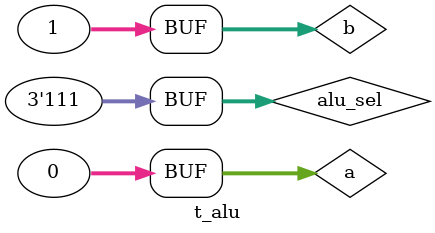
<source format=v>
`timescale 1ns / 1ps


module t_alu;

    //Inputs
    reg [31:0] a;
    reg [31:0] b;
    reg [2:0] alu_sel;

    // Outputs
    wire [31:0] z;

    // Instantiate the Unit Under Test (UUT)
    alu uut (
        .control( alu_sel ),
        .ALUResult( z ),
        .A( a ),
        .B( b )
    );

    initial begin
        // Initialise Inputs
        alu_sel = 0;
        a = 0;
        b = 0;

        // Wait 100 ns for global resets to finish
        #100;

        // Stimulus here

        #100 a = 32'hFFFFFFFF; b = 32'hFFFFFFFF; alu_sel = 3'b000; // z = FFFFFFFF AND FFFFFFFF
        #100 a = 32'hFFFF0000; b = 32'h0000FFFF; alu_sel = 3'b001; // z = FFFF0000 OR 0000FFFF
        #100 a = 32'h00000001; b = 32'h00000001; alu_sel = 3'b010; // z = 1 + 1

        #100 a = 32'hFFFFFFFF; b = 32'hFFFFFFFF; alu_sel = 3'b100; // z = FFFFFFFF AND 00000000
        #100 a = 32'h0000FFFF; b = 32'h0000FFFF; alu_sel = 3'b101; // z = 0000FFFF OR FFFF0000
        #100 a = 32'hFFFFFFFF; b = 32'h0000000F; alu_sel = 3'b110; // z = FFFFFFFF - 0000000F
        #100 a = 32'h00000000; b = 32'h00000001; alu_sel = 3'b111; // SLT, z = 00000001
    end

endmodule

</source>
